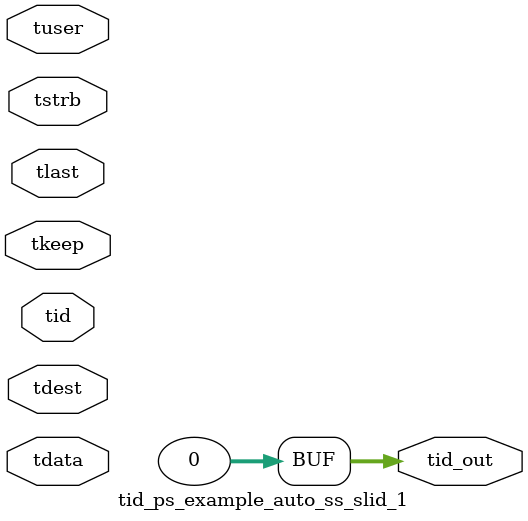
<source format=v>


`timescale 1ps/1ps

module tid_ps_example_auto_ss_slid_1 #
(
parameter C_S_AXIS_TID_WIDTH   = 1,
parameter C_S_AXIS_TUSER_WIDTH = 0,
parameter C_S_AXIS_TDATA_WIDTH = 0,
parameter C_S_AXIS_TDEST_WIDTH = 0,
parameter C_M_AXIS_TID_WIDTH   = 32
)
(
input  [(C_S_AXIS_TID_WIDTH   == 0 ? 1 : C_S_AXIS_TID_WIDTH)-1:0       ] tid,
input  [(C_S_AXIS_TDATA_WIDTH == 0 ? 1 : C_S_AXIS_TDATA_WIDTH)-1:0     ] tdata,
input  [(C_S_AXIS_TUSER_WIDTH == 0 ? 1 : C_S_AXIS_TUSER_WIDTH)-1:0     ] tuser,
input  [(C_S_AXIS_TDEST_WIDTH == 0 ? 1 : C_S_AXIS_TDEST_WIDTH)-1:0     ] tdest,
input  [(C_S_AXIS_TDATA_WIDTH/8)-1:0 ] tkeep,
input  [(C_S_AXIS_TDATA_WIDTH/8)-1:0 ] tstrb,
input                                                                    tlast,
output [(C_M_AXIS_TID_WIDTH   == 0 ? 1 : C_M_AXIS_TID_WIDTH)-1:0       ] tid_out
);

assign tid_out = {1'b0};

endmodule


</source>
